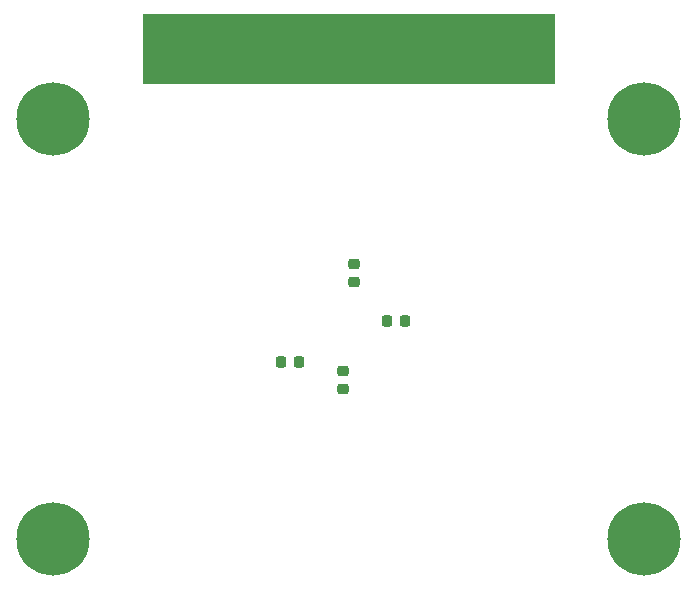
<source format=gbr>
%TF.GenerationSoftware,KiCad,Pcbnew,8.0.6*%
%TF.CreationDate,2024-12-24T13:29:52-06:00*%
%TF.ProjectId,RECESSIM-CW312T-SAM4C32,52454345-5353-4494-9d2d-435733313254,rev?*%
%TF.SameCoordinates,Original*%
%TF.FileFunction,Soldermask,Bot*%
%TF.FilePolarity,Negative*%
%FSLAX46Y46*%
G04 Gerber Fmt 4.6, Leading zero omitted, Abs format (unit mm)*
G04 Created by KiCad (PCBNEW 8.0.6) date 2024-12-24 13:29:52*
%MOMM*%
%LPD*%
G01*
G04 APERTURE LIST*
G04 Aperture macros list*
%AMRoundRect*
0 Rectangle with rounded corners*
0 $1 Rounding radius*
0 $2 $3 $4 $5 $6 $7 $8 $9 X,Y pos of 4 corners*
0 Add a 4 corners polygon primitive as box body*
4,1,4,$2,$3,$4,$5,$6,$7,$8,$9,$2,$3,0*
0 Add four circle primitives for the rounded corners*
1,1,$1+$1,$2,$3*
1,1,$1+$1,$4,$5*
1,1,$1+$1,$6,$7*
1,1,$1+$1,$8,$9*
0 Add four rect primitives between the rounded corners*
20,1,$1+$1,$2,$3,$4,$5,0*
20,1,$1+$1,$4,$5,$6,$7,0*
20,1,$1+$1,$6,$7,$8,$9,0*
20,1,$1+$1,$8,$9,$2,$3,0*%
G04 Aperture macros list end*
%ADD10C,0.100000*%
%ADD11R,0.700000X3.200000*%
%ADD12R,0.700000X4.300000*%
%ADD13C,1.000000*%
%ADD14C,6.200000*%
%ADD15RoundRect,0.225000X0.225000X0.250000X-0.225000X0.250000X-0.225000X-0.250000X0.225000X-0.250000X0*%
%ADD16RoundRect,0.225000X0.250000X-0.225000X0.250000X0.225000X-0.250000X0.225000X-0.250000X-0.225000X0*%
%ADD17RoundRect,0.225000X-0.250000X0.225000X-0.250000X-0.225000X0.250000X-0.225000X0.250000X0.225000X0*%
%ADD18RoundRect,0.225000X-0.225000X-0.250000X0.225000X-0.250000X0.225000X0.250000X-0.225000X0.250000X0*%
G04 APERTURE END LIST*
%TO.C,P1*%
D10*
X140620000Y-77288000D02*
X175418000Y-77288000D01*
X175418000Y-83130000D01*
X140620000Y-83130000D01*
X140620000Y-77288000D01*
G36*
X140620000Y-77288000D02*
G01*
X175418000Y-77288000D01*
X175418000Y-83130000D01*
X140620000Y-83130000D01*
X140620000Y-77288000D01*
G37*
%TD*%
D11*
%TO.C,P1*%
X174500000Y-81550000D03*
D12*
X173500000Y-81000000D03*
X172500000Y-81000000D03*
X171500000Y-81000000D03*
X170500000Y-81000000D03*
X169500000Y-81000000D03*
X168500000Y-81000000D03*
X167500000Y-81000000D03*
X166500000Y-81000000D03*
X165500000Y-81000000D03*
X164500000Y-81000000D03*
X161500000Y-81000000D03*
X160500000Y-81000000D03*
X159500000Y-81000000D03*
X158500000Y-81000000D03*
X157500000Y-81000000D03*
X156500000Y-81000000D03*
X155500000Y-81000000D03*
X154500000Y-81000000D03*
X153500000Y-81000000D03*
X152500000Y-81000000D03*
X151500000Y-81000000D03*
X150500000Y-81000000D03*
X149500000Y-81000000D03*
X148500000Y-81000000D03*
X147500000Y-81000000D03*
X146500000Y-81000000D03*
X145500000Y-81000000D03*
X144500000Y-81000000D03*
X143500000Y-81000000D03*
X142500000Y-81000000D03*
X141500000Y-81000000D03*
D13*
X130650000Y-86200000D03*
X131340000Y-84540000D03*
X131340000Y-87860000D03*
X133000000Y-83850000D03*
D14*
X133000000Y-86200000D03*
D13*
X133000000Y-88550000D03*
X134660000Y-84540000D03*
X134660000Y-87860000D03*
X135350000Y-86200000D03*
X180650000Y-86190000D03*
X181340000Y-84530000D03*
X181340000Y-87850000D03*
X183000000Y-83850000D03*
D14*
X183000000Y-86200000D03*
D13*
X183000000Y-88550000D03*
X184660000Y-84530000D03*
X184660000Y-87850000D03*
X185350000Y-86190000D03*
X130650000Y-121750000D03*
X131340000Y-120090000D03*
X131340000Y-123410000D03*
X133000000Y-119400000D03*
D14*
X133000000Y-121750000D03*
D13*
X133000000Y-124100000D03*
X134660000Y-120090000D03*
X134660000Y-123410000D03*
X135350000Y-121750000D03*
X180650000Y-121750000D03*
X181340000Y-120090000D03*
X181340000Y-123410000D03*
X183000000Y-119400000D03*
D14*
X183000000Y-121750000D03*
D13*
X183000000Y-124100000D03*
X184660000Y-120090000D03*
X184660000Y-123410000D03*
X185350000Y-121750000D03*
%TD*%
D15*
%TO.C,C7*%
X162775000Y-103250000D03*
X161225000Y-103250000D03*
%TD*%
D16*
%TO.C,C9*%
X157500000Y-109050000D03*
X157500000Y-107500000D03*
%TD*%
D17*
%TO.C,C6*%
X158500000Y-98450000D03*
X158500000Y-100000000D03*
%TD*%
D18*
%TO.C,C8*%
X152250000Y-106750000D03*
X153800000Y-106750000D03*
%TD*%
M02*

</source>
